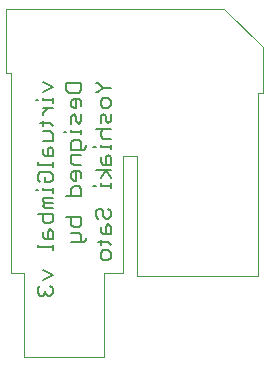
<source format=gbo>
G04 EAGLE Gerber RS-274X export*
G75*
%MOMM*%
%FSLAX34Y34*%
%LPD*%
%INSilk bottom*%
%IPPOS*%
%AMOC8*
5,1,8,0,0,1.08239X$1,22.5*%
G01*
%ADD10C,0.177800*%
%ADD11C,0.000000*%


D10*
X27907Y233911D02*
X36211Y229759D01*
X27907Y225607D01*
X27907Y220814D02*
X27907Y218738D01*
X36211Y218738D01*
X36211Y220814D02*
X36211Y216662D01*
X23754Y218738D02*
X21678Y218738D01*
X27907Y212082D02*
X36211Y212082D01*
X32059Y212082D02*
X27907Y207930D01*
X27907Y205854D01*
X25830Y199092D02*
X34135Y199092D01*
X36211Y197016D01*
X27907Y197016D02*
X27907Y201168D01*
X27907Y192436D02*
X34135Y192436D01*
X36211Y190360D01*
X36211Y184132D01*
X27907Y184132D01*
X27907Y177263D02*
X27907Y173111D01*
X29983Y171035D01*
X36211Y171035D01*
X36211Y177263D01*
X34135Y179339D01*
X32059Y177263D01*
X32059Y171035D01*
X23754Y166242D02*
X23754Y164166D01*
X36211Y164166D01*
X36211Y166242D02*
X36211Y162090D01*
X23754Y151282D02*
X25830Y149206D01*
X23754Y151282D02*
X23754Y155434D01*
X25830Y157510D01*
X34135Y157510D01*
X36211Y155434D01*
X36211Y151282D01*
X34135Y149206D01*
X29983Y149206D01*
X29983Y153358D01*
X27907Y144413D02*
X27907Y142337D01*
X36211Y142337D01*
X36211Y144413D02*
X36211Y140261D01*
X23754Y142337D02*
X21678Y142337D01*
X27907Y135682D02*
X36211Y135682D01*
X27907Y135682D02*
X27907Y133606D01*
X29983Y131529D01*
X36211Y131529D01*
X29983Y131529D02*
X27907Y129453D01*
X29983Y127377D01*
X36211Y127377D01*
X36211Y122584D02*
X23754Y122584D01*
X36211Y122584D02*
X36211Y116356D01*
X34135Y114280D01*
X29983Y114280D01*
X27907Y116356D01*
X27907Y122584D01*
X27907Y107411D02*
X27907Y103259D01*
X29983Y101183D01*
X36211Y101183D01*
X36211Y107411D01*
X34135Y109487D01*
X32059Y107411D01*
X32059Y101183D01*
X23754Y96390D02*
X23754Y94314D01*
X36211Y94314D01*
X36211Y96390D02*
X36211Y92238D01*
X27907Y74561D02*
X36211Y70409D01*
X27907Y66257D01*
X25830Y61464D02*
X23754Y59388D01*
X23754Y55236D01*
X25830Y53159D01*
X27907Y53159D01*
X29983Y55236D01*
X29983Y57312D01*
X29983Y55236D02*
X32059Y53159D01*
X34135Y53159D01*
X36211Y55236D01*
X36211Y59388D01*
X34135Y61464D01*
X47754Y233111D02*
X60211Y233111D01*
X60211Y226883D01*
X58135Y224807D01*
X49830Y224807D01*
X47754Y226883D01*
X47754Y233111D01*
X60211Y217938D02*
X60211Y213785D01*
X60211Y217938D02*
X58135Y220014D01*
X53983Y220014D01*
X51907Y217938D01*
X51907Y213785D01*
X53983Y211709D01*
X56059Y211709D01*
X56059Y220014D01*
X60211Y206917D02*
X60211Y200688D01*
X58135Y198612D01*
X56059Y200688D01*
X56059Y204840D01*
X53983Y206917D01*
X51907Y204840D01*
X51907Y198612D01*
X51907Y193819D02*
X51907Y191743D01*
X60211Y191743D01*
X60211Y193819D02*
X60211Y189667D01*
X47754Y191743D02*
X45678Y191743D01*
X64363Y180936D02*
X64363Y178859D01*
X62287Y176783D01*
X51907Y176783D01*
X51907Y183012D01*
X53983Y185088D01*
X58135Y185088D01*
X60211Y183012D01*
X60211Y176783D01*
X60211Y171991D02*
X51907Y171991D01*
X51907Y165762D01*
X53983Y163686D01*
X60211Y163686D01*
X60211Y156817D02*
X60211Y152665D01*
X60211Y156817D02*
X58135Y158893D01*
X53983Y158893D01*
X51907Y156817D01*
X51907Y152665D01*
X53983Y150589D01*
X56059Y150589D01*
X56059Y158893D01*
X60211Y137492D02*
X47754Y137492D01*
X60211Y137492D02*
X60211Y143720D01*
X58135Y145796D01*
X53983Y145796D01*
X51907Y143720D01*
X51907Y137492D01*
X47754Y119602D02*
X60211Y119602D01*
X60211Y113373D01*
X58135Y111297D01*
X53983Y111297D01*
X51907Y113373D01*
X51907Y119602D01*
X51907Y106504D02*
X58135Y106504D01*
X60211Y104428D01*
X60211Y98200D01*
X62287Y98200D02*
X51907Y98200D01*
X62287Y98200D02*
X64363Y100276D01*
X64363Y102352D01*
X72754Y233511D02*
X74830Y233511D01*
X78983Y229359D01*
X74830Y225207D01*
X72754Y225207D01*
X78983Y229359D02*
X85211Y229359D01*
X85211Y218338D02*
X85211Y214185D01*
X83135Y212109D01*
X78983Y212109D01*
X76907Y214185D01*
X76907Y218338D01*
X78983Y220414D01*
X83135Y220414D01*
X85211Y218338D01*
X85211Y207317D02*
X85211Y201088D01*
X83135Y199012D01*
X81059Y201088D01*
X81059Y205240D01*
X78983Y207317D01*
X76907Y205240D01*
X76907Y199012D01*
X72754Y194219D02*
X85211Y194219D01*
X78983Y194219D02*
X76907Y192143D01*
X76907Y187991D01*
X78983Y185915D01*
X85211Y185915D01*
X76907Y181122D02*
X76907Y179046D01*
X85211Y179046D01*
X85211Y181122D02*
X85211Y176970D01*
X72754Y179046D02*
X70678Y179046D01*
X76907Y170314D02*
X76907Y166162D01*
X78983Y164086D01*
X85211Y164086D01*
X85211Y170314D01*
X83135Y172391D01*
X81059Y170314D01*
X81059Y164086D01*
X85211Y159293D02*
X72754Y159293D01*
X81059Y159293D02*
X85211Y153065D01*
X81059Y159293D02*
X76907Y153065D01*
X76907Y148379D02*
X76907Y146303D01*
X85211Y146303D01*
X85211Y148379D02*
X85211Y144227D01*
X72754Y146303D02*
X70678Y146303D01*
X72754Y120322D02*
X74830Y118246D01*
X72754Y120322D02*
X72754Y124474D01*
X74830Y126550D01*
X76907Y126550D01*
X78983Y124474D01*
X78983Y120322D01*
X81059Y118246D01*
X83135Y118246D01*
X85211Y120322D01*
X85211Y124474D01*
X83135Y126550D01*
X76907Y111377D02*
X76907Y107225D01*
X78983Y105148D01*
X85211Y105148D01*
X85211Y111377D01*
X83135Y113453D01*
X81059Y111377D01*
X81059Y105148D01*
X83135Y98280D02*
X74830Y98280D01*
X83135Y98280D02*
X85211Y96203D01*
X76907Y96203D02*
X76907Y100356D01*
X85211Y89548D02*
X85211Y85396D01*
X83135Y83320D01*
X78983Y83320D01*
X76907Y85396D01*
X76907Y89548D01*
X78983Y91624D01*
X83135Y91624D01*
X85211Y89548D01*
D11*
X11500Y72500D02*
X11500Y1000D01*
X11500Y72500D02*
X1000Y72500D01*
X1000Y241500D01*
X-3000Y241500D01*
X-3000Y296000D01*
X181500Y296000D01*
X214000Y263500D01*
X214000Y224500D01*
X210000Y224500D01*
X210000Y69500D01*
X107500Y69500D01*
X96000Y72500D02*
X79500Y72500D01*
X79500Y1000D01*
X11500Y1000D01*
X107500Y69500D02*
X107500Y171000D01*
X96000Y171000D01*
X96000Y72500D01*
M02*

</source>
